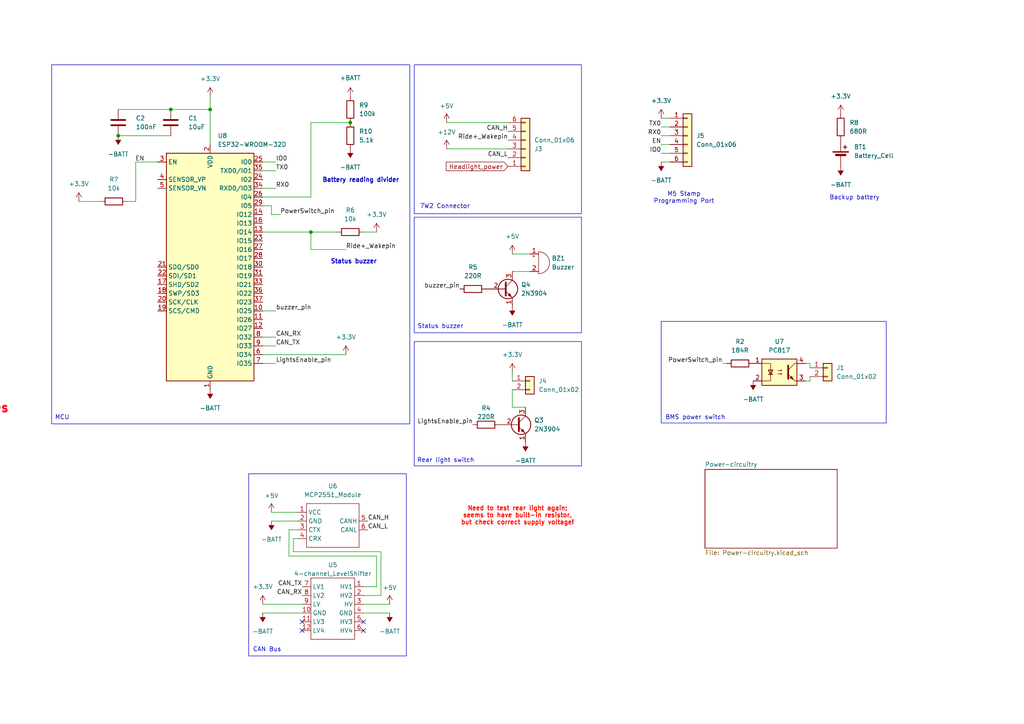
<source format=kicad_sch>
(kicad_sch (version 20231120) (generator "eeschema") (generator_version "8.0")
  (paper "A4")
  (title_block (title "Bionx EBike Battery Control Circuitry") (date "2024-04-29") (rev "0") (company "William Yen") (comment 1 "Requires an external BMS"))
  (lib_symbols
    (symbol "Aliexpress_Modules:4-channel_LevelShifter"
      (property "Reference" "U" (at 0 0 0))
      (property "Value" "4-channel_LevelShifter" (at -0.508 10.414 0))
      (symbol "4-channel_LevelShifter_0_1"
        (rectangle (start -6.35 8.89) (end 6.35 -8.89))
      )
      (symbol "4-channel_LevelShifter_1_1"
        (pin bidirectional line (at -8.89 6.35 0) (length 2.54) (name "HV1") (number "1"))
        (pin bidirectional line (at 8.89 -1.27 180) (length 2.54) (name "GND") (number "10"))
        (pin bidirectional line (at 8.89 -3.81 180) (length 2.54) (name "LV3") (number "11"))
        (pin bidirectional line (at 8.89 -6.35 180) (length 2.54) (name "LV4") (number "12"))
        (pin bidirectional line (at -8.89 3.81 0) (length 2.54) (name "HV2") (number "2"))
        (pin bidirectional line (at -8.89 1.27 0) (length 2.54) (name "HV") (number "3"))
        (pin bidirectional line (at -8.89 -1.27 0) (length 2.54) (name "GND") (number "4"))
        (pin bidirectional line (at -8.89 -3.81 0) (length 2.54) (name "HV3") (number "5"))
        (pin bidirectional line (at -8.89 -6.35 0) (length 2.54) (name "HV4") (number "6"))
        (pin bidirectional line (at 8.89 6.35 180) (length 2.54) (name "LV1") (number "7"))
        (pin bidirectional line (at 8.89 3.81 180) (length 2.54) (name "LV2") (number "8"))
        (pin bidirectional line (at 8.89 1.27 180) (length 2.54) (name "LV") (number "9"))
      )
    )
    (symbol "Aliexpress_Modules:MCP2551_Module"
      (property "Reference" "U" (at 0 0 0))
      (property "Value" "MCP2551_Module" (at 0 7.874 0))
      (symbol "MCP2551_Module_0_1"
        (rectangle (start -7.62 6.35) (end 7.62 -6.35))
      )
      (symbol "MCP2551_Module_1_1"
        (pin power_in line (at -10.16 3.81 0) (length 2.54) (name "VCC") (number "1"))
        (pin power_in line (at -10.16 1.27 0) (length 2.54) (name "GND") (number "2"))
        (pin bidirectional line (at -10.16 -1.27 0) (length 2.54) (name "CTX") (number "3"))
        (pin bidirectional line (at -10.16 -3.81 0) (length 2.54) (name "CRX") (number "4"))
        (pin bidirectional line (at 10.16 1.27 180) (length 2.54) (name "CANH") (number "5"))
        (pin bidirectional line (at 10.16 -1.27 180) (length 2.54) (name "CANL") (number "6"))
      )
    )
    (symbol "Connector_Generic:Conn_01x02" (pin_names (offset 1.016) hide)
      (property "Reference" "J" (at 0 2.54 0))
      (property "Value" "Conn_01x02" (at 0 -5.08 0))
      (symbol "Conn_01x02_1_1"
        (rectangle (start -1.27 -2.413) (end 0 -2.667) (stroke (width 0.1524)))
        (rectangle (start -1.27 0.127) (end 0 -0.127) (stroke (width 0.1524)))
        (rectangle (start -1.27 1.27) (end 1.27 -3.81) (stroke (width 0.254)) (fill (type background)))
        (pin passive line (at -5.08 0 0) (length 3.81) (name "Pin_1") (number "1"))
        (pin passive line (at -5.08 -2.54 0) (length 3.81) (name "Pin_2") (number "2"))
      )
    )
    (symbol "Connector_Generic:Conn_01x06" (pin_names (offset 1.016) hide)
      (property "Reference" "J" (at 0 7.62 0))
      (property "Value" "Conn_01x06" (at 0 -10.16 0))
      (symbol "Conn_01x06_1_1"
        (rectangle (start -1.27 -7.493) (end 0 -7.747) (stroke (width 0.1524)))
        (rectangle (start -1.27 -4.953) (end 0 -5.207) (stroke (width 0.1524)))
        (rectangle (start -1.27 -2.413) (end 0 -2.667) (stroke (width 0.1524)))
        (rectangle (start -1.27 0.127) (end 0 -0.127) (stroke (width 0.1524)))
        (rectangle (start -1.27 2.667) (end 0 2.413) (stroke (width 0.1524)))
        (rectangle (start -1.27 5.207) (end 0 4.953) (stroke (width 0.1524)))
        (rectangle (start -1.27 6.35) (end 1.27 -8.89) (stroke (width 0.254)) (fill (type background)))
        (pin passive line (at -5.08 5.08 0) (length 3.81) (name "Pin_1") (number "1"))
        (pin passive line (at -5.08 2.54 0) (length 3.81) (name "Pin_2") (number "2"))
        (pin passive line (at -5.08 0 0) (length 3.81) (name "Pin_3") (number "3"))
        (pin passive line (at -5.08 -2.54 0) (length 3.81) (name "Pin_4") (number "4"))
        (pin passive line (at -5.08 -5.08 0) (length 3.81) (name "Pin_5") (number "5"))
        (pin passive line (at -5.08 -7.62 0) (length 3.81) (name "Pin_6") (number "6"))
      )
    )
    (symbol "Device:Battery_Cell" (pin_numbers hide) (pin_names (offset 0) hide)
      (property "Reference" "BT" (at 2.54 2.54 0))
      (property "Value" "Battery_Cell" (at 2.54 0 0))
      (symbol "Battery_Cell_0_1"
        (rectangle (start -2.286 1.778) (end 2.286 1.524) (fill (type outline)))
        (rectangle (start -1.524 1.016) (end 1.524 0.508) (fill (type outline)))
        (polyline (pts (xy 0 0.762) (xy 0 0)))
        (polyline (pts (xy 0 1.778) (xy 0 2.54)))
        (polyline (pts (xy 0.762 3.048) (xy 1.778 3.048)) (stroke (width 0.254)))
        (polyline (pts (xy 1.27 3.556) (xy 1.27 2.54)) (stroke (width 0.254)))
      )
      (symbol "Battery_Cell_1_1"
        (pin passive line (at 0 5.08 270) (length 2.54) (name "+") (number "1"))
        (pin passive line (at 0 -2.54 90) (length 2.54) (name "-") (number "2"))
      )
    )
    (symbol "Device:Buzzer" (pin_names (offset 0.0254) hide)
      (property "Reference" "BZ" (at 3.81 1.27 0))
      (property "Value" "Buzzer" (at 3.81 -1.27 0))
      (symbol "Buzzer_0_1"
        (arc (start 0 -3.175) (mid 3.1612 0) (end 0 3.175))
        (polyline (pts (xy -1.651 1.905) (xy -1.143 1.905)))
        (polyline (pts (xy -1.397 2.159) (xy -1.397 1.651)))
        (polyline (pts (xy 0 3.175) (xy 0 -3.175)))
      )
      (symbol "Buzzer_1_1"
        (pin passive line (at -2.54 2.54 0) (length 2.54) (name "+") (number "1"))
        (pin passive line (at -2.54 -2.54 0) (length 2.54) (name "-") (number "2"))
      )
    )
    (symbol "Device:C" (pin_numbers hide) (pin_names (offset 0.254))
      (property "Reference" "C" (at 0.635 2.54 0))
      (property "Value" "C" (at 0.635 -2.54 0))
      (symbol "C_0_1"
        (polyline (pts (xy -2.032 -0.762) (xy 2.032 -0.762)) (stroke (width 0.508)))
        (polyline (pts (xy -2.032 0.762) (xy 2.032 0.762)) (stroke (width 0.508)))
      )
      (symbol "C_1_1"
        (pin passive line (at 0 3.81 270) (length 2.794) (name "~") (number "1"))
        (pin passive line (at 0 -3.81 90) (length 2.794) (name "~") (number "2"))
      )
    )
    (symbol "Device:R" (pin_numbers hide) (pin_names (offset 0))
      (property "Reference" "R" (at 2.032 0 90))
      (property "Value" "R" (at 0 0 90))
      (symbol "R_0_1"
        (rectangle (start -1.016 -2.54) (end 1.016 2.54) (stroke (width 0.254)))
      )
      (symbol "R_1_1"
        (pin passive line (at 0 3.81 270) (length 1.27) (name "~") (number "1"))
        (pin passive line (at 0 -3.81 90) (length 1.27) (name "~") (number "2"))
      )
    )
    (symbol "Isolator:PC817" (pin_names (offset 1.016))
      (property "Reference" "U" (at -5.08 5.08 0))
      (property "Value" "PC817" (at 0 5.08 0))
      (symbol "PC817_0_1"
        (rectangle (start -5.08 3.81) (end 5.08 -3.81) (stroke (width 0.254)) (fill (type background)))
        (polyline (pts (xy -3.175 -0.635) (xy -1.905 -0.635)) (stroke (width 0.254)))
        (polyline (pts (xy 2.54 0.635) (xy 4.445 2.54)))
        (polyline (pts (xy 4.445 -2.54) (xy 2.54 -0.635)) (fill (type outline)))
        (polyline (pts (xy 4.445 -2.54) (xy 5.08 -2.54)))
        (polyline (pts (xy 4.445 2.54) (xy 5.08 2.54)))
        (polyline (pts (xy -5.08 2.54) (xy -2.54 2.54) (xy -2.54 -0.635)))
        (polyline (pts (xy -2.54 -0.635) (xy -2.54 -2.54) (xy -5.08 -2.54)))
        (polyline (pts (xy 2.54 1.905) (xy 2.54 -1.905) (xy 2.54 -1.905)) (stroke (width 0.508)))
        (polyline (pts (xy -2.54 -0.635) (xy -3.175 0.635) (xy -1.905 0.635) (xy -2.54 -0.635)) (stroke (width 0.254)))
        (polyline (pts (xy -0.508 -0.508) (xy 0.762 -0.508) (xy 0.381 -0.635) (xy 0.381 -0.381) (xy 0.762 -0.508)))
        (polyline (pts (xy -0.508 0.508) (xy 0.762 0.508) (xy 0.381 0.381) (xy 0.381 0.635) (xy 0.762 0.508)))
        (polyline (pts (xy 3.048 -1.651) (xy 3.556 -1.143) (xy 4.064 -2.159) (xy 3.048 -1.651) (xy 3.048 -1.651)) (fill (type outline)))
      )
      (symbol "PC817_1_1"
        (pin passive line (at -7.62 2.54 0) (length 2.54) (name "~") (number "1"))
        (pin passive line (at -7.62 -2.54 0) (length 2.54) (name "~") (number "2"))
        (pin passive line (at 7.62 -2.54 180) (length 2.54) (name "~") (number "3"))
        (pin passive line (at 7.62 2.54 180) (length 2.54) (name "~") (number "4"))
      )
    )
    (symbol "RF_Module:ESP32-WROOM-32D"
      (property "Reference" "U" (at -12.7 34.29 0))
      (property "Value" "ESP32-WROOM-32D" (at 1.27 34.29 0))
      (symbol "ESP32-WROOM-32D_0_1"
        (rectangle (start -12.7 33.02) (end 12.7 -33.02) (stroke (width 0.254)) (fill (type background)))
      )
      (symbol "ESP32-WROOM-32D_1_1"
        (pin power_in line (at 0 -35.56 90) (length 2.54) (name "GND") (number "1"))
        (pin bidirectional line (at 15.24 -12.7 180) (length 2.54) (name "IO25") (number "10"))
        (pin bidirectional line (at 15.24 -15.24 180) (length 2.54) (name "IO26") (number "11"))
        (pin bidirectional line (at 15.24 -17.78 180) (length 2.54) (name "IO27") (number "12"))
        (pin bidirectional line (at 15.24 10.16 180) (length 2.54) (name "IO14") (number "13"))
        (pin bidirectional line (at 15.24 15.24 180) (length 2.54) (name "IO12") (number "14"))
        (pin passive line (at 0 -35.56 90) (length 2.54) hide (name "GND") (number "15"))
        (pin bidirectional line (at 15.24 12.7 180) (length 2.54) (name "IO13") (number "16"))
        (pin bidirectional line (at -15.24 -5.08 0) (length 2.54) (name "SHD/SD2") (number "17"))
        (pin bidirectional line (at -15.24 -7.62 0) (length 2.54) (name "SWP/SD3") (number "18"))
        (pin bidirectional line (at -15.24 -12.7 0) (length 2.54) (name "SCS/CMD") (number "19"))
        (pin power_in line (at 0 35.56 270) (length 2.54) (name "VDD") (number "2"))
        (pin bidirectional line (at -15.24 -10.16 0) (length 2.54) (name "SCK/CLK") (number "20"))
        (pin bidirectional line (at -15.24 0 0) (length 2.54) (name "SDO/SD0") (number "21"))
        (pin bidirectional line (at -15.24 -2.54 0) (length 2.54) (name "SDI/SD1") (number "22"))
        (pin bidirectional line (at 15.24 7.62 180) (length 2.54) (name "IO15") (number "23"))
        (pin bidirectional line (at 15.24 25.4 180) (length 2.54) (name "IO2") (number "24"))
        (pin bidirectional line (at 15.24 30.48 180) (length 2.54) (name "IO0") (number "25"))
        (pin bidirectional line (at 15.24 20.32 180) (length 2.54) (name "IO4") (number "26"))
        (pin bidirectional line (at 15.24 5.08 180) (length 2.54) (name "IO16") (number "27"))
        (pin bidirectional line (at 15.24 2.54 180) (length 2.54) (name "IO17") (number "28"))
        (pin bidirectional line (at 15.24 17.78 180) (length 2.54) (name "IO5") (number "29"))
        (pin input line (at -15.24 30.48 0) (length 2.54) (name "EN") (number "3"))
        (pin bidirectional line (at 15.24 0 180) (length 2.54) (name "IO18") (number "30"))
        (pin bidirectional line (at 15.24 -2.54 180) (length 2.54) (name "IO19") (number "31"))
        (pin no_connect line (at -12.7 -27.94 0) (length 2.54) hide (name "NC") (number "32"))
        (pin bidirectional line (at 15.24 -5.08 180) (length 2.54) (name "IO21") (number "33"))
        (pin bidirectional line (at 15.24 22.86 180) (length 2.54) (name "RXD0/IO3") (number "34"))
        (pin bidirectional line (at 15.24 27.94 180) (length 2.54) (name "TXD0/IO1") (number "35"))
        (pin bidirectional line (at 15.24 -7.62 180) (length 2.54) (name "IO22") (number "36"))
        (pin bidirectional line (at 15.24 -10.16 180) (length 2.54) (name "IO23") (number "37"))
        (pin passive line (at 0 -35.56 90) (length 2.54) hide (name "GND") (number "38"))
        (pin passive line (at 0 -35.56 90) (length 2.54) hide (name "GND") (number "39"))
        (pin input line (at -15.24 25.4 0) (length 2.54) (name "SENSOR_VP") (number "4"))
        (pin input line (at -15.24 22.86 0) (length 2.54) (name "SENSOR_VN") (number "5"))
        (pin input line (at 15.24 -25.4 180) (length 2.54) (name "IO34") (number "6"))
        (pin input line (at 15.24 -27.94 180) (length 2.54) (name "IO35") (number "7"))
        (pin bidirectional line (at 15.24 -20.32 180) (length 2.54) (name "IO32") (number "8"))
        (pin bidirectional line (at 15.24 -22.86 180) (length 2.54) (name "IO33") (number "9"))
      )
    )
    (symbol "Transistor_BJT:2N3904" (pin_names (offset 0) hide)
      (property "Reference" "Q" (at 5.08 1.905 0))
      (property "Value" "2N3904" (at 5.08 0 0))
      (symbol "2N3904_0_1"
        (polyline (pts (xy 0.635 0.635) (xy 2.54 2.54)))
        (polyline (pts (xy 0.635 -0.635) (xy 2.54 -2.54) (xy 2.54 -2.54)))
        (polyline (pts (xy 0.635 1.905) (xy 0.635 -1.905) (xy 0.635 -1.905)) (stroke (width 0.508)))
        (polyline (pts (xy 1.27 -1.778) (xy 1.778 -1.27) (xy 2.286 -2.286) (xy 1.27 -1.778) (xy 1.27 -1.778)) (fill (type outline)))
        (circle (center 1.27 0) (radius 2.8194) (stroke (width 0.254)))
      )
      (symbol "2N3904_1_1"
        (pin passive line (at 2.54 -5.08 90) (length 2.54) (name "E") (number "1"))
        (pin passive line (at -5.08 0 0) (length 5.715) (name "B") (number "2"))
        (pin passive line (at 2.54 5.08 270) (length 2.54) (name "C") (number "3"))
      )
    )
    (symbol "power:+12V" (power) (pin_names (offset 0))
      (property "Value" "+12V" (at 0 3.556 0))
      (symbol "+12V_0_1"
        (polyline (pts (xy -0.762 1.27) (xy 0 2.54)))
        (polyline (pts (xy 0 0) (xy 0 2.54)))
        (polyline (pts (xy 0 2.54) (xy 0.762 1.27)))
      )
      (symbol "+12V_1_1"
        (pin power_in line (at 0 0 90) (length 0) hide (name "+12V") (number "1"))
      )
    )
    (symbol "power:+5V" (power) (pin_names (offset 0))
      (property "Value" "+5V" (at 0 3.556 0))
      (symbol "+5V_0_1"
        (polyline (pts (xy -0.762 1.27) (xy 0 2.54)))
        (polyline (pts (xy 0 0) (xy 0 2.54)))
        (polyline (pts (xy 0 2.54) (xy 0.762 1.27)))
      )
      (symbol "+5V_1_1"
        (pin power_in line (at 0 0 90) (length 0) hide (name "+5V") (number "1"))
      )
    )
    (symbol "power:+BATT" (power) (pin_names (offset 0))
      (property "Value" "+BATT" (at 0 3.556 0))
      (symbol "+BATT_0_1"
        (polyline (pts (xy -0.762 1.27) (xy 0 2.54)))
        (polyline (pts (xy 0 0) (xy 0 2.54)))
        (polyline (pts (xy 0 2.54) (xy 0.762 1.27)))
      )
      (symbol "+BATT_1_1"
        (pin power_in line (at 0 0 90) (length 0) hide (name "+BATT") (number "1"))
      )
    )
    (symbol "power:-BATT" (power) (pin_names (offset 0))
      (property "Value" "-BATT" (at 0 3.556 0))
      (symbol "-BATT_0_1"
        (polyline (pts (xy 0 0) (xy 0 2.54)))
        (polyline (pts (xy 0.762 1.27) (xy -0.762 1.27) (xy 0 2.54) (xy 0.762 1.27)) (fill (type outline)))
      )
      (symbol "-BATT_1_1"
        (pin power_in line (at 0 0 90) (length 0) hide (name "-BATT") (number "1"))
      )
    )
  )
  (junction (at 90.17 67.31))
  (junction (at 60.96 31.75))
  (junction (at 101.6 35.56))
  (junction (at 34.29 39.37))
  (junction (at 49.53 31.75))
  (no_connect (at 87.63 182.88))
  (no_connect (at 105.41 180.34))
  (no_connect (at 87.63 180.34))
  (no_connect (at 105.41 182.88))
  (wire (pts (xy 49.53 31.75) (xy 60.96 31.75)))
  (wire (pts (xy 105.41 67.31) (xy 109.22 67.31)))
  (wire (pts (xy 80.01 100.33) (xy 76.2 100.33)))
  (wire (pts (xy 90.17 57.15) (xy 90.17 35.56)))
  (wire (pts (xy 191.77 44.45) (xy 194.31 44.45)))
  (wire (pts (xy 234.95 105.41) (xy 234.95 106.68)))
  (wire (pts (xy 191.77 36.83) (xy 194.31 36.83)))
  (wire (pts (xy 191.77 39.37) (xy 194.31 39.37)))
  (wire (pts (xy 80.01 90.17) (xy 76.2 90.17)))
  (wire (pts (xy 110.49 172.72) (xy 105.41 172.72)))
  (wire (pts (xy 39.37 58.42) (xy 36.83 58.42)))
  (wire (pts (xy 78.74 151.13) (xy 86.36 151.13)))
  (wire (pts (xy 76.2 177.8) (xy 87.63 177.8)))
  (wire (pts (xy 80.01 49.53) (xy 76.2 49.53)))
  (wire (pts (xy 110.49 160.02) (xy 110.49 172.72)))
  (wire (pts (xy 113.03 177.8) (xy 105.41 177.8)))
  (wire (pts (xy 80.01 97.79) (xy 76.2 97.79)))
  (wire (pts (xy 191.77 34.29) (xy 194.31 34.29)))
  (wire (pts (xy 76.2 57.15) (xy 90.17 57.15)))
  (wire (pts (xy 85.09 156.21) (xy 86.36 156.21)))
  (wire (pts (xy 148.59 78.74) (xy 153.67 78.74)))
  (wire (pts (xy 83.82 161.29) (xy 83.82 153.67)))
  (wire (pts (xy 210.82 105.41) (xy 209.55 105.41)))
  (wire (pts (xy 148.59 73.66) (xy 153.67 73.66)))
  (wire (pts (xy 78.74 62.23) (xy 78.74 59.69)))
  (wire (pts (xy 234.95 110.49) (xy 234.95 109.22)))
  (wire (pts (xy 76.2 67.31) (xy 90.17 67.31)))
  (wire (pts (xy 34.29 39.37) (xy 49.53 39.37)))
  (wire (pts (xy 60.96 31.75) (xy 60.96 41.91)))
  (wire (pts (xy 233.68 105.41) (xy 234.95 105.41)))
  (wire (pts (xy 60.96 27.94) (xy 60.96 31.75)))
  (wire (pts (xy 85.09 160.02) (xy 110.49 160.02)))
  (wire (pts (xy 90.17 67.31) (xy 97.79 67.31)))
  (wire (pts (xy 129.54 35.56) (xy 147.32 35.56)))
  (wire (pts (xy 113.03 175.26) (xy 105.41 175.26)))
  (wire (pts (xy 76.2 175.26) (xy 87.63 175.26)))
  (wire (pts (xy 78.74 59.69) (xy 76.2 59.69)))
  (wire (pts (xy 233.68 110.49) (xy 234.95 110.49)))
  (wire (pts (xy 81.28 62.23) (xy 78.74 62.23)))
  (wire (pts (xy 148.59 107.95) (xy 148.59 110.49)))
  (wire (pts (xy 90.17 35.56) (xy 101.6 35.56)))
  (wire (pts (xy 78.74 148.59) (xy 86.36 148.59)))
  (wire (pts (xy 152.4 118.11) (xy 148.59 118.11)))
  (wire (pts (xy 85.09 156.21) (xy 85.09 160.02)))
  (wire (pts (xy 109.22 161.29) (xy 109.22 170.18)))
  (wire (pts (xy 83.82 161.29) (xy 109.22 161.29)))
  (wire (pts (xy 76.2 102.87) (xy 100.33 102.87)))
  (wire (pts (xy 39.37 58.42) (xy 39.37 46.99)))
  (wire (pts (xy 80.01 105.41) (xy 76.2 105.41)))
  (wire (pts (xy 100.33 72.39) (xy 90.17 72.39)))
  (wire (pts (xy 191.77 41.91) (xy 194.31 41.91)))
  (wire (pts (xy 191.77 46.99) (xy 194.31 46.99)))
  (wire (pts (xy 34.29 31.75) (xy 49.53 31.75)))
  (wire (pts (xy 22.86 58.42) (xy 29.21 58.42)))
  (wire (pts (xy 83.82 153.67) (xy 86.36 153.67)))
  (wire (pts (xy 39.37 46.99) (xy 45.72 46.99)))
  (wire (pts (xy 90.17 67.31) (xy 90.17 72.39)))
  (wire (pts (xy 80.01 46.99) (xy 76.2 46.99)))
  (wire (pts (xy 129.54 43.18) (xy 147.32 43.18)))
  (wire (pts (xy 109.22 170.18) (xy 105.41 170.18)))
  (wire (pts (xy 148.59 118.11) (xy 148.59 113.03)))
  (wire (pts (xy 80.01 54.61) (xy 76.2 54.61)))
  (rectangle (start 191.77 93.218) (end 257.048 122.682))
  (rectangle (start 120.142 18.796) (end 168.656 61.976))
  (rectangle (start 120.142 99.06) (end 168.656 135.128))
  (rectangle (start 72.136 137.414) (end 117.856 190.246))
  (rectangle (start 120.142 62.992) (end 168.656 96.52))
  (rectangle (start 14.986 18.796) (end 118.872 122.936))
  (text "CAN Bus" (at 77.47 188.468 0) (effects (font (size 1.27 1.27))))
  (text "MCU" (at 18.034 121.158 0) (effects (font (size 1.27 1.27))))
  (text "Need to change LightsEnable_pin label to global- local not connected between sheets\nGPIO35 is input only, connect LightsEnable_pin to GPIO13 instead\nHeadlights buck converter requires a higher voltage for enable than 3.3v; using optocoupler to connect 12v to enable\n->use transistor in future\n\n\n" (at 32.766 230.886 0) (effects (font (size 2.54 2.54) (thickness 0.508) (bold yes)) (justify left)))
  (text "Status buzzer" (at 127.762 94.742 0) (effects (font (size 1.27 1.27))))
  (text "M5 Stamp\nProgramming Port" (at 198.374 57.404 0) (effects (font (size 1.27 1.27))))
  (text "Need to test rear light again;\nseems to have built-in resistor,\nbut check correct supply voltage!" (at 150.114 149.606 0) (effects (font (size 1.27 1.27) (thickness 0.254) (bold yes))))
  (text "Battery reading divider" (at 104.648 52.324 0) (effects (font (size 1.27 1.27) (thickness 0.254) (bold yes))))
  (text "Backup battery" (at 240.538 57.404 0) (effects (font (size 1.27 1.27)) (justify left)))
  (text "7W2 Connector" (at 129.032 59.944 0) (effects (font (size 1.27 1.27))))
  (text "Rear light switch" (at 129.286 133.604 0) (effects (font (size 1.27 1.27))))
  (text "Lights enable pin burned MCU!!!\nCareful with buck modules, EN pin is pulled\nhigh by module itself, find out how to \ndisable (probably desolder some resistor)\n\n-> REMOVE RESISTOR w/ value \"204\" LOCATED DIRECTLY\nNEXT TO BUCK CONVERTER IC\n\n\nAlso remove potentiometers from buck converters using fixed output voltages\n" (at -73.406 100.076 0) (effects (font (size 2.54 2.54) (thickness 0.508) (bold yes))))
  (text "BMS power switch" (at 201.676 121.158 0) (effects (font (size 1.27 1.27))))
  (text "Status buzzer" (at 102.616 75.946 0) (effects (font (size 1.27 1.27) (thickness 0.254) (bold yes))))
  (label "PowerSwitch_pin" (at 209.55 105.41 180))
  (label "LightsEnable_pin" (at 80.01 105.41 0))
  (label "buzzer_pin" (at 80.01 90.17 0))
  (label "TX0" (at 80.01 49.53 0))
  (label "PowerSwitch_pin" (at 81.28 62.23 0))
  (label "CAN_RX" (at 80.01 97.79 0))
  (label "CAN_H" (at 106.68 151.13 0))
  (label "EN" (at 191.77 41.91 180))
  (label "buzzer_pin" (at 133.35 83.82 180))
  (label "Ride+_Wakepin" (at 147.32 40.64 180))
  (label "RX0" (at 80.01 54.61 0))
  (label "RX0" (at 191.77 39.37 180))
  (label "LightsEnable_pin" (at 137.16 123.19 180))
  (label "CAN_TX" (at 87.63 170.18 180))
  (label "CAN_L" (at 147.32 45.72 180))
  (label "CAN_RX" (at 87.63 172.72 180))
  (label "IO0" (at 191.77 44.45 180))
  (label "Ride+_Wakepin" (at 100.33 72.39 0))
  (label "EN" (at 41.91 46.99 180))
  (label "TX0" (at 191.77 36.83 180))
  (label "CAN_H" (at 147.32 38.1 180))
  (label "IO0" (at 80.01 46.99 0))
  (label "CAN_TX" (at 80.01 100.33 0))
  (label "CAN_L" (at 106.68 153.67 0))
  (global_label "Headlight_power" (shape input) (at 147.32 48.26 180) (property "Intersheetrefs" "${INTERSHEET_REFS}" (effects (hide yes))))
  (symbol (lib_id "power:+12V") (at 129.54 43.18 0) (unit 1)
    (property "Reference" "#PWR015" (effects (hide yes)))
    (property "Value" "+12V" (at 129.54 38.354 0))
  )
  (symbol (lib_id "Device:Buzzer") (at 156.21 76.2 0) (unit 1)
    (property "Reference" "BZ1" (at 160.02 74.9299 0) (effects (justify left)))
    (property "Value" "Buzzer" (at 160.02 77.4699 0) (effects (justify left)))
    (property "Footprint" "Buzzer_Beeper:Buzzer_12x9.5RM7.6" (effects (hide yes)))
    (property "Description" "Buzzer, polarized" (effects (hide yes)))
  )
  (symbol (lib_id "power:-BATT") (at 148.59 88.9 180) (unit 1)
    (property "Reference" "#PWR022" (effects (hide yes)))
    (property "Value" "-BATT" (at 148.59 94.234 0))
  )
  (symbol (lib_id "power:+5V") (at 129.54 35.56 0) (unit 1)
    (property "Reference" "#PWR014" (effects (hide yes)))
    (property "Value" "+5V" (at 129.54 30.734 0))
  )
  (symbol (lib_id "RF_Module:ESP32-WROOM-32D") (at 60.96 77.47 0) (unit 1)
    (property "Reference" "U8" (at 63.1541 39.37 0) (effects (justify left)))
    (property "Value" "ESP32-WROOM-32D" (at 63.1541 41.91 0) (effects (justify left)))
    (property "Footprint" "RF_Module:ESP32-WROOM-32D" (effects (hide yes)))
    (property "Datasheet" "https://www.espressif.com/sites/default/files/documentation/esp32-wroom-32d_esp32-wroom-32u_datasheet_en.pdf" (effects (hide yes)))
    (property "Description" "RF Module, ESP32-D0WD SoC, Wi-Fi 802.11b/g/n, Bluetooth, BLE, 32-bit, 2.7-3.6V, onboard antenna, SMD" (effects (hide yes)))
  )
  (symbol (lib_id "power:+12V") (at 191.77 34.29 0) (unit 1)
    (property "Reference" "#PWR03" (effects (hide yes)))
    (property "Value" "+3.3V" (at 191.77 29.21 0))
  )
  (symbol (lib_id "power:-BATT") (at 101.6 43.18 180) (unit 1)
    (property "Reference" "#PWR026" (effects (hide yes)))
    (property "Value" "-BATT" (at 101.6 48.514 0))
  )
  (symbol (lib_id "Transistor_BJT:2N3904") (at 146.05 83.82 0) (unit 1)
    (property "Reference" "Q4" (at 151.13 82.5499 0) (effects (justify left)))
    (property "Value" "2N3904" (at 151.13 85.0899 0) (effects (justify left)))
    (property "Footprint" "Package_TO_SOT_THT:TO-92_Inline" (effects (hide yes)))
    (property "Datasheet" "https://www.onsemi.com/pub/Collateral/2N3903-D.PDF" (effects (hide yes)))
    (property "Description" "0.2A Ic, 40V Vce, Small Signal NPN Transistor, TO-92" (effects (hide yes)))
  )
  (symbol (lib_id "power:-BATT") (at 78.74 151.13 180) (unit 1)
    (property "Reference" "#PWR032" (effects (hide yes)))
    (property "Value" "-BATT" (at 78.74 156.464 0))
  )
  (symbol (lib_id "Device:R") (at 243.84 36.83 0) (unit 1)
    (property "Reference" "R8" (at 246.38 35.5599 0) (effects (justify left)))
    (property "Value" "680R" (at 246.38 38.0999 0) (effects (justify left)))
    (property "Footprint" "Resistor_THT:R_Axial_DIN0204_L3.6mm_D1.6mm_P2.54mm_Vertical" (effects (hide yes)))
    (property "Description" "Resistor" (effects (hide yes)))
  )
  (symbol (lib_id "power:+12V") (at 76.2 175.26 0) (unit 1)
    (property "Reference" "#PWR027" (effects (hide yes)))
    (property "Value" "+3.3V" (at 76.2 170.18 0))
  )
  (symbol (lib_id "Device:C") (at 34.29 35.56 0) (unit 1)
    (property "Reference" "C2" (at 39.37 34.2899 0) (effects (justify left)))
    (property "Value" "100nF" (at 39.37 36.8299 0) (effects (justify left)))
    (property "Footprint" "Capacitor_SMD:C_0805_2012Metric" (effects (hide yes)))
    (property "Description" "Unpolarized capacitor" (effects (hide yes)))
  )
  (symbol (lib_id "Device:R") (at 101.6 31.75 0) (unit 1)
    (property "Reference" "R9" (at 104.14 30.4799 0) (effects (justify left)))
    (property "Value" "100k" (at 104.14 33.0199 0) (effects (justify left)))
    (property "Footprint" "Resistor_THT:R_Axial_DIN0204_L3.6mm_D1.6mm_P2.54mm_Vertical" (effects (hide yes)))
    (property "Description" "Resistor" (effects (hide yes)))
  )
  (symbol (lib_id "power:+12V") (at 148.59 73.66 0) (unit 1)
    (property "Reference" "#PWR021" (effects (hide yes)))
    (property "Value" "+5V" (at 148.59 68.58 0))
  )
  (symbol (lib_id "power:+12V") (at 22.86 58.42 0) (unit 1)
    (property "Reference" "#PWR040" (effects (hide yes)))
    (property "Value" "+3.3V" (at 22.86 53.34 0))
  )
  (symbol (lib_id "power:-BATT") (at 218.44 110.49 180) (unit 1)
    (property "Reference" "#PWR02" (effects (hide yes)))
    (property "Value" "-BATT" (at 218.44 115.824 0))
  )
  (symbol (lib_id "Aliexpress_Modules:4-channel_LevelShifter") (at 96.52 176.53 0) (mirror y) (unit 1)
    (property "Reference" "U5" (at 96.52 163.83 0))
    (property "Value" "4-channel_LevelShifter" (at 96.52 166.37 0))
    (property "Footprint" "Aliexpress_Modules:Logic Level Converter Module" (effects (hide yes)))
  )
  (symbol (lib_id "power:-BATT") (at 60.96 113.03 180) (unit 1)
    (property "Reference" "#PWR035" (effects (hide yes)))
    (property "Value" "-BATT" (at 60.96 118.364 0))
  )
  (symbol (lib_id "Device:R") (at 33.02 58.42 270) (unit 1)
    (property "Reference" "R7" (at 33.02 52.07 90))
    (property "Value" "10k" (at 33.02 54.61 90))
    (property "Footprint" "Resistor_THT:R_Axial_DIN0204_L3.6mm_D1.6mm_P2.54mm_Vertical" (effects (hide yes)))
    (property "Description" "Resistor" (effects (hide yes)))
  )
  (symbol (lib_id "Device:R") (at 214.63 105.41 270) (unit 1)
    (property "Reference" "R2" (at 214.63 99.06 90))
    (property "Value" "184R" (at 214.63 101.6 90))
    (property "Footprint" "Resistor_THT:R_Axial_DIN0204_L3.6mm_D1.6mm_P2.54mm_Vertical" (effects (hide yes)))
    (property "Description" "Resistor" (effects (hide yes)))
  )
  (symbol (lib_id "power:+5V") (at 113.03 175.26 0) (unit 1)
    (property "Reference" "#PWR030" (effects (hide yes)))
    (property "Value" "+5V" (at 113.03 170.434 0))
  )
  (symbol (lib_id "Device:R") (at 101.6 39.37 0) (unit 1)
    (property "Reference" "R10" (at 104.14 38.0999 0) (effects (justify left)))
    (property "Value" "5.1k" (at 104.14 40.6399 0) (effects (justify left)))
    (property "Footprint" "Resistor_THT:R_Axial_DIN0204_L3.6mm_D1.6mm_P2.54mm_Vertical" (effects (hide yes)))
    (property "Description" "Resistor" (effects (hide yes)))
  )
  (symbol (lib_id "power:-BATT") (at 152.4 128.27 180) (unit 1)
    (property "Reference" "#PWR023" (effects (hide yes)))
    (property "Value" "-BATT" (at 152.4 133.604 0))
  )
  (symbol (lib_id "Transistor_BJT:2N3904") (at 149.86 123.19 0) (unit 1)
    (property "Reference" "Q3" (at 154.94 121.9199 0) (effects (justify left)))
    (property "Value" "2N3904" (at 154.94 124.4599 0) (effects (justify left)))
    (property "Footprint" "Package_TO_SOT_THT:TO-92_Inline" (effects (hide yes)))
    (property "Datasheet" "https://www.onsemi.com/pub/Collateral/2N3903-D.PDF" (effects (hide yes)))
    (property "Description" "0.2A Ic, 40V Vce, Small Signal NPN Transistor, TO-92" (effects (hide yes)))
  )
  (symbol (lib_id "Device:Battery_Cell") (at 243.84 45.72 0) (unit 1)
    (property "Reference" "BT1" (at 247.65 42.6084 0) (effects (justify left)))
    (property "Value" "Battery_Cell" (at 247.65 45.1484 0) (effects (justify left)))
    (property "Footprint" "batteryHolders_custom:2032_THT" (effects (hide yes)))
    (property "Description" "Single-cell battery" (effects (hide yes)))
  )
  (symbol (lib_id "power:+12V") (at 243.84 33.02 0) (unit 1)
    (property "Reference" "#PWR016" (effects (hide yes)))
    (property "Value" "+3.3V" (at 243.84 27.94 0))
  )
  (symbol (lib_id "power:-BATT") (at 34.29 39.37 180) (unit 1)
    (property "Reference" "#PWR037" (effects (hide yes)))
    (property "Value" "-BATT" (at 34.29 44.704 0))
  )
  (symbol (lib_id "power:+12V") (at 148.59 107.95 0) (unit 1)
    (property "Reference" "#PWR018" (effects (hide yes)))
    (property "Value" "+3.3V" (at 148.59 102.87 0))
  )
  (symbol (lib_id "Device:R") (at 137.16 83.82 90) (unit 1)
    (property "Reference" "R5" (at 137.16 77.47 90))
    (property "Value" "220R" (at 137.16 80.01 90))
    (property "Footprint" "Resistor_THT:R_Axial_DIN0204_L3.6mm_D1.6mm_P2.54mm_Vertical" (effects (hide yes)))
    (property "Description" "Resistor" (effects (hide yes)))
  )
  (symbol (lib_id "Isolator:PC817") (at 226.06 107.95 0) (unit 1)
    (property "Reference" "U7" (at 226.06 99.06 0))
    (property "Value" "PC817" (at 226.06 101.6 0))
    (property "Footprint" "Package_DIP:DIP-4_W7.62mm" (effects (hide yes)))
    (property "Datasheet" "http://www.soselectronic.cz/a_info/resource/d/pc817.pdf" (effects (hide yes)))
    (property "Description" "DC Optocoupler, Vce 35V, CTR 50-300%, DIP-4" (effects (hide yes)))
  )
  (symbol (lib_id "Connector_Generic:Conn_01x02") (at 240.03 106.68 0) (unit 1)
    (property "Reference" "J1" (at 242.57 106.6799 0) (effects (justify left)))
    (property "Value" "Conn_01x02" (at 242.57 109.2199 0) (effects (justify left)))
    (property "Footprint" "Connector_JST:JST_XH_B2B-XH-A_1x02_P2.50mm_Vertical" (effects (hide yes)))
    (property "Description" "Generic connector, single row, 01x02, script generated (kicad-library-utils/schlib/autogen/connector/)" (effects (hide yes)))
  )
  (symbol (lib_id "power:+5V") (at 78.74 148.59 0) (unit 1)
    (property "Reference" "#PWR031" (effects (hide yes)))
    (property "Value" "+5V" (at 78.74 143.764 0))
  )
  (symbol (lib_id "Device:R") (at 140.97 123.19 90) (unit 1)
    (property "Reference" "R4" (at 140.97 118.364 90))
    (property "Value" "220R" (at 140.97 120.904 90))
    (property "Footprint" "Resistor_THT:R_Axial_DIN0204_L3.6mm_D1.6mm_P2.54mm_Vertical" (effects (hide yes)))
    (property "Description" "Resistor" (effects (hide yes)))
  )
  (symbol (lib_id "Connector_Generic:Conn_01x02") (at 153.67 110.49 0) (unit 1)
    (property "Reference" "J4" (at 156.21 110.4899 0) (effects (justify left)))
    (property "Value" "Conn_01x02" (at 156.21 113.0299 0) (effects (justify left)))
    (property "Footprint" "Connector_JST:JST_XH_B2B-XH-A_1x02_P2.50mm_Vertical" (effects (hide yes)))
    (property "Description" "Generic connector, single row, 01x02, script generated (kicad-library-utils/schlib/autogen/connector/)" (effects (hide yes)))
  )
  (symbol (lib_id "power:-BATT") (at 243.84 48.26 180) (unit 1)
    (property "Reference" "#PWR033" (effects (hide yes)))
    (property "Value" "-BATT" (at 243.84 53.594 0))
  )
  (symbol (lib_id "Aliexpress_Modules:MCP2551_Module") (at 96.52 152.4 0) (unit 1)
    (property "Reference" "U6" (at 96.52 140.97 0))
    (property "Value" "MCP2551_Module" (at 96.52 143.51 0))
    (property "Footprint" "Aliexpress_Modules:MCP2551 Module" (effects (hide yes)))
  )
  (symbol (lib_id "Device:C") (at 49.53 35.56 0) (unit 1)
    (property "Reference" "C1" (at 54.61 34.2899 0) (effects (justify left)))
    (property "Value" "10uF" (at 54.61 36.8299 0) (effects (justify left)))
    (property "Footprint" "Capacitor_SMD:C_0805_2012Metric" (effects (hide yes)))
    (property "Description" "Unpolarized capacitor" (effects (hide yes)))
  )
  (symbol (lib_id "power:-BATT") (at 191.77 46.99 180) (unit 1)
    (property "Reference" "#PWR06" (effects (hide yes)))
    (property "Value" "-BATT" (at 191.77 52.324 0))
  )
  (symbol (lib_id "power:+12V") (at 109.22 67.31 0) (unit 1)
    (property "Reference" "#PWR012" (effects (hide yes)))
    (property "Value" "+3.3V" (at 109.22 62.23 0))
  )
  (symbol (lib_id "power:+12V") (at 60.96 27.94 0) (unit 1)
    (property "Reference" "#PWR034" (effects (hide yes)))
    (property "Value" "+3.3V" (at 60.96 22.86 0))
  )
  (symbol (lib_id "power:-BATT") (at 76.2 177.8 180) (unit 1)
    (property "Reference" "#PWR028" (effects (hide yes)))
    (property "Value" "-BATT" (at 76.2 183.134 0))
  )
  (symbol (lib_id "Connector_Generic:Conn_01x06") (at 152.4 43.18 0) (mirror x) (unit 1)
    (property "Reference" "J3" (at 154.94 43.1801 0) (effects (justify left)))
    (property "Value" "Conn_01x06" (at 154.94 40.6401 0) (effects (justify left)))
    (property "Footprint" "Connector_JST:JST_XH_B6B-XH-A_1x06_P2.50mm_Vertical" (effects (hide yes)))
    (property "Description" "Generic connector, single row, 01x06, script generated (kicad-library-utils/schlib/autogen/connector/)" (effects (hide yes)))
  )
  (symbol (lib_id "Device:R") (at 101.6 67.31 90) (unit 1)
    (property "Reference" "R6" (at 101.6 60.96 90))
    (property "Value" "10k" (at 101.6 63.5 90))
    (property "Footprint" "Resistor_THT:R_Axial_DIN0204_L3.6mm_D1.6mm_P2.54mm_Vertical" (effects (hide yes)))
    (property "Description" "Resistor" (effects (hide yes)))
  )
  (symbol (lib_id "Connector_Generic:Conn_01x06") (at 199.39 39.37 0) (unit 1)
    (property "Reference" "J5" (at 201.93 39.3699 0) (effects (justify left)))
    (property "Value" "Conn_01x06" (at 201.93 41.9099 0) (effects (justify left)))
    (property "Footprint" "Connector_PinHeader_2.54mm:PinHeader_1x06_P2.54mm_Vertical" (effects (hide yes)))
    (property "Description" "Generic connector, single row, 01x06, script generated (kicad-library-utils/schlib/autogen/connector/)" (effects (hide yes)))
  )
  (symbol (lib_id "power:+12V") (at 100.33 102.87 0) (unit 1)
    (property "Reference" "#PWR04" (effects (hide yes)))
    (property "Value" "+3.3V" (at 100.33 97.79 0))
  )
  (symbol (lib_id "power:+BATT") (at 101.6 27.94 0) (unit 1)
    (property "Reference" "#PWR013" (effects (hide yes)))
    (property "Value" "+BATT" (at 101.6 22.606 0))
  )
  (symbol (lib_id "power:-BATT") (at 113.03 177.8 180) (unit 1)
    (property "Reference" "#PWR029" (effects (hide yes)))
    (property "Value" "-BATT" (at 113.03 183.134 0))
  )
  (sheet (at 204.47 136.144) (size 38.354 22.86) (stroke (width 0.1524))
    (property "Sheetname" "Power-circuitry" (at 204.47 135.4324 0) (effects (justify left bottom)))
    (property "Sheetfile" "Power-circuitry.kicad_sch" (at 204.47 159.5886 0) (effects (justify left top)))
  )
)
</source>
